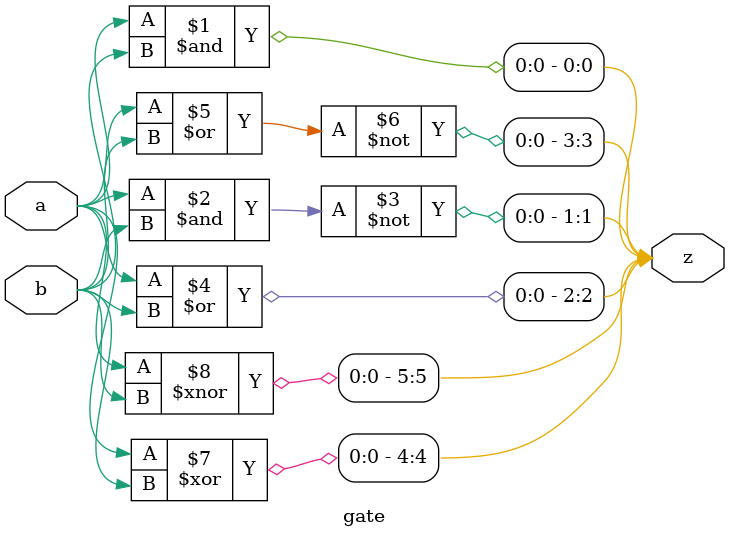
<source format=v>
`timescale 1ns / 1ps

module gate(
            input a,
            input b,
            output [5:0] z);
    assign z[0] = a & b;
    assign z[1] = ~(a & b);
    assign z[2] = a | b;
    assign z[3] = ~(a | b);
    assign z[4] = a ^ b;
    assign z[5] = a ~^ b;
endmodule

</source>
